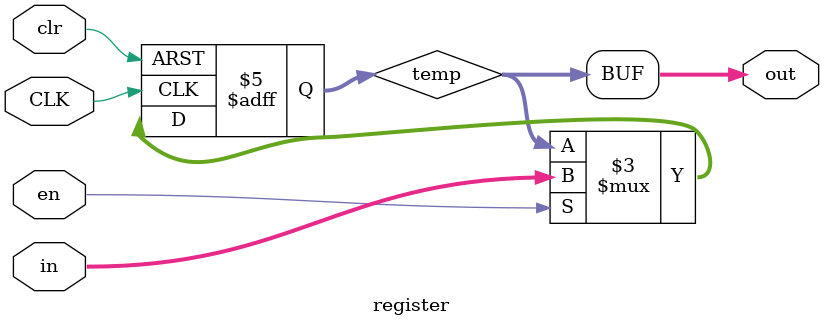
<source format=v>
`timescale 1ns / 1ps


module register(
    input CLK,
    input clr,
    input en,
    input [R:0] in,
    output [R:0] out
    );
    
    parameter R = 4;
    parameter S = 16;
    
    reg [R:0] temp;
    
    always @ (posedge CLK or posedge clr) begin
        if (clr) begin
            temp <= S;
        end
        else if (en) begin
            temp <= in;
        end
        else begin
            temp <= temp;
        end
    end
    
    assign out = temp;
    
endmodule

</source>
